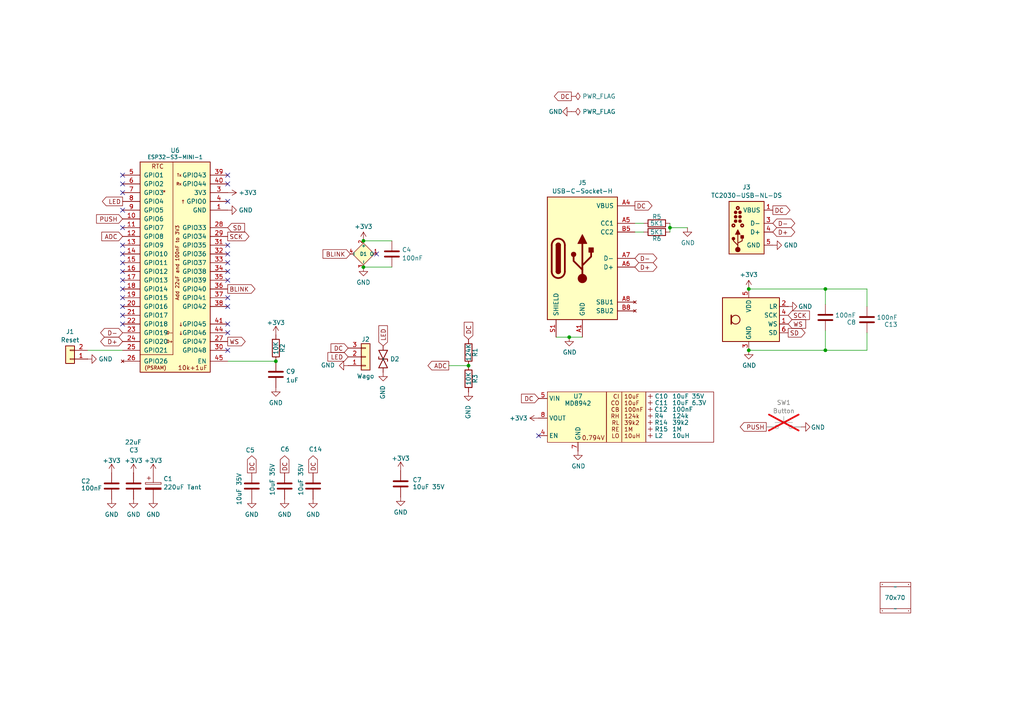
<source format=kicad_sch>
(kicad_sch (version 20231120) (generator "eeschema") (generator_version "8.0")
  (paper "A4")
  (title_block (title "LED driver") (rev "1") (comment 1 "@TheRealRevK") (comment 2 "www.me.uk"))
  (lib_symbols
    (symbol "Connector_Generic:Conn_01x02" (pin_names (offset 1.016) hide)
      (property "Reference" "J" (at 0 2.54 0))
      (property "Value" "Conn_01x02" (at 0 -5.08 0))
      (symbol "Conn_01x02_1_1"
        (rectangle (start -1.27 -2.413) (end 0 -2.667) (stroke (width 0.1524)))
        (rectangle (start -1.27 0.127) (end 0 -0.127) (stroke (width 0.1524)))
        (rectangle (start -1.27 1.27) (end 1.27 -3.81) (stroke (width 0.254)) (fill (type background)))
        (pin passive line (at -5.08 0 0) (length 3.81) (name "Pin_1") (number "1"))
        (pin passive line (at -5.08 -2.54 0) (length 3.81) (name "Pin_2") (number "2"))
      )
    )
    (symbol "Connector_Generic:Conn_01x03" (pin_names (offset 1.016) hide)
      (property "Reference" "J" (at 0 5.08 0))
      (property "Value" "Conn_01x03" (at 0 -5.08 0))
      (symbol "Conn_01x03_1_1"
        (rectangle (start -1.27 -2.413) (end 0 -2.667) (stroke (width 0.1524)))
        (rectangle (start -1.27 0.127) (end 0 -0.127) (stroke (width 0.1524)))
        (rectangle (start -1.27 2.667) (end 0 2.413) (stroke (width 0.1524)))
        (rectangle (start -1.27 3.81) (end 1.27 -3.81) (stroke (width 0.254)) (fill (type background)))
        (pin passive line (at -5.08 2.54 0) (length 3.81) (name "Pin_1") (number "1"))
        (pin passive line (at -5.08 0 0) (length 3.81) (name "Pin_2") (number "2"))
        (pin passive line (at -5.08 -2.54 0) (length 3.81) (name "Pin_3") (number "3"))
      )
    )
    (symbol "Device:C" (pin_numbers hide) (pin_names (offset 0.254))
      (property "Reference" "C" (at 0.635 2.54 0))
      (property "Value" "C" (at 0.635 -2.54 0))
      (symbol "C_0_1"
        (polyline (pts (xy -2.032 -0.762) (xy 2.032 -0.762)) (stroke (width 0.508)))
        (polyline (pts (xy -2.032 0.762) (xy 2.032 0.762)) (stroke (width 0.508)))
      )
      (symbol "C_1_1"
        (pin passive line (at 0 3.81 270) (length 2.794) (name "~") (number "1"))
        (pin passive line (at 0 -3.81 90) (length 2.794) (name "~") (number "2"))
      )
    )
    (symbol "Device:C_Polarized" (pin_numbers hide) (pin_names (offset 0.254))
      (property "Reference" "C" (at 0.635 2.54 0))
      (property "Value" "C_Polarized" (at 0.635 -2.54 0))
      (symbol "C_Polarized_0_1"
        (rectangle (start -2.286 0.508) (end 2.286 1.016))
        (polyline (pts (xy -1.778 2.286) (xy -0.762 2.286)))
        (polyline (pts (xy -1.27 2.794) (xy -1.27 1.778)))
        (rectangle (start 2.286 -0.508) (end -2.286 -1.016) (fill (type outline)))
      )
      (symbol "C_Polarized_1_1"
        (pin passive line (at 0 3.81 270) (length 2.794) (name "~") (number "1"))
        (pin passive line (at 0 -3.81 90) (length 2.794) (name "~") (number "2"))
      )
    )
    (symbol "Device:R" (pin_numbers hide) (pin_names (offset 0))
      (property "Reference" "R" (at 2.032 0 90))
      (property "Value" "R" (at 0 0 90))
      (symbol "R_0_1"
        (rectangle (start -1.016 -2.54) (end 1.016 2.54) (stroke (width 0.254)))
      )
      (symbol "R_1_1"
        (pin passive line (at 0 3.81 270) (length 1.27) (name "~") (number "1"))
        (pin passive line (at 0 -3.81 90) (length 1.27) (name "~") (number "2"))
      )
    )
    (symbol "RevK:ES05D1MC10" (pin_numbers hide)
      (property "Reference" "D" (at 0 2.54 0))
      (symbol "ES05D1MC10_0_1"
        (polyline (pts (xy -2.54 1.27) (xy -2.54 -1.27) (xy 0 0) (xy -2.54 1.27)) (stroke (width 0.254)))
        (polyline (pts (xy 2.54 -1.27) (xy 2.54 1.27) (xy 0 0) (xy 2.54 -1.27)) (stroke (width 0.254)))
      )
      (symbol "ES05D1MC10_1_1"
        (polyline (pts (xy 0.635 1.27) (xy 0 1.27) (xy 0 -1.27) (xy -0.635 -1.27)) (stroke (width 0.254)))
        (pin passive line (at 3.81 0 180) (length 1.27) (name "~") (number "1"))
        (pin passive line (at -3.81 0 0) (length 1.27) (name "~") (number "2"))
      )
    )
    (symbol "RevK:ESP32-S3-MINI-1-N4R2" (pin_names (offset 1.016))
      (property "Reference" "U" (at 9.525 28.575 0))
      (property "Value" "ESP32-S3-MINI-1-N4R2" (at 0 31.115 0))
      (symbol "ESP32-S3-MINI-1-N4R2_0_0"
        (rectangle (start -10.16 30.48) (end 10.16 -30.48) (stroke (width 0.254)) (fill (type background)))
      )
      (symbol "ESP32-S3-MINI-1-N4R2_1_1"
        (polyline (pts (xy -10.16 -25.4) (xy -0.635 -25.4)))
        (polyline (pts (xy -0.635 30.48) (xy -0.635 -25.4)))
        (text "(PSRAM)" (at -5.715 -29.21 0) (effects (font (size 1 1))))
        (text "*" (at -3.175 21.59 0) (effects (font (size 1.27 1.27))))
        (text "10k+1uF" (at 5.08 -29.21 0) (effects (font (size 1.27 1.27))))
        (text "Add 22uF and 100nF to 3V3" (at 0.635 1.27 900) (effects (font (size 1 1))))
        (text "D+" (at -2.54 -21.59 0) (effects (font (size 0.8 0.8)) (justify left)))
        (text "D-" (at -2.54 -19.05 0) (effects (font (size 0.8 0.8)) (justify left)))
        (text "RTC" (at -5.08 29.21 0) (effects (font (size 1.27 1.27))))
        (text "Rx" (at 1.905 24.13 0) (effects (font (size 0.8 0.8)) (justify right)))
        (text "Tx" (at 1.905 26.67 0) (effects (font (size 0.8 0.8)) (justify right)))
        (text "↑" (at 3.175 19.05 0) (effects (font (size 1.27 1.27)) (justify right)))
        (text "↓" (at 2.54 -19.05 0) (effects (font (size 1.27 1.27)) (justify right)))
        (text "↓" (at 2.54 -16.51 0) (effects (font (size 1.27 1.27)) (justify right)))
        (pin power_in line (at 15.24 16.51 180) (length 5.08) (name "GND") (number "1"))
        (pin passive line (at -15.24 13.97 0) (length 5.08) (name "GPIO6") (number "10"))
        (pin passive line (at -15.24 11.43 0) (length 5.08) (name "GPIO7") (number "11"))
        (pin passive line (at -15.24 8.89 0) (length 5.08) (name "GPIO8") (number "12"))
        (pin passive line (at -15.24 6.35 0) (length 5.08) (name "GPIO9") (number "13"))
        (pin passive line (at -15.24 3.81 0) (length 5.08) (name "GPIO10") (number "14"))
        (pin passive line (at -15.24 1.27 0) (length 5.08) (name "GPIO11") (number "15"))
        (pin passive line (at -15.24 -1.27 0) (length 5.08) (name "GPIO12") (number "16"))
        (pin passive line (at -15.24 -3.81 0) (length 5.08) (name "GPIO13") (number "17"))
        (pin passive line (at -15.24 -6.35 0) (length 5.08) (name "GPIO14") (number "18"))
        (pin passive line (at -15.24 -8.89 0) (length 5.08) (name "GPIO15") (number "19"))
        (pin power_in line (at 15.24 16.51 180) (length 5.08) hide (name "GND") (number "2"))
        (pin passive line (at -15.24 -11.43 0) (length 5.08) (name "GPIO16") (number "20"))
        (pin passive line (at -15.24 -13.97 0) (length 5.08) (name "GPIO17") (number "21"))
        (pin passive line (at -15.24 -16.51 0) (length 5.08) (name "GPIO18") (number "22"))
        (pin passive line (at -15.24 -19.05 0) (length 5.08) (name "GPIO19") (number "23"))
        (pin passive line (at -15.24 -21.59 0) (length 5.08) (name "GPIO20") (number "24"))
        (pin passive line (at -15.24 -24.13 0) (length 5.08) (name "GPIO21") (number "25"))
        (pin no_connect line (at -15.24 -27.305 0) (length 5.08) (name "GPIO26") (number "26"))
        (pin passive line (at 15.24 -21.59 180) (length 5.08) (name "GPIO47") (number "27"))
        (pin passive line (at 15.24 11.43 180) (length 5.08) (name "GPIO33") (number "28"))
        (pin passive line (at 15.24 8.89 180) (length 5.08) (name "GPIO34") (number "29"))
        (pin power_in line (at 15.24 21.59 180) (length 5.08) (name "3V3") (number "3"))
        (pin passive line (at 15.24 -24.13 180) (length 5.08) (name "GPIO48") (number "30"))
        (pin passive line (at 15.24 6.35 180) (length 5.08) (name "GPIO35") (number "31"))
        (pin passive line (at 15.24 3.81 180) (length 5.08) (name "GPIO36") (number "32"))
        (pin passive line (at 15.24 1.27 180) (length 5.08) (name "GPIO37") (number "33"))
        (pin passive line (at 15.24 -1.27 180) (length 5.08) (name "GPIO38") (number "34"))
        (pin passive line (at 15.24 -3.81 180) (length 5.08) (name "GPIO39") (number "35"))
        (pin passive line (at 15.24 -6.35 180) (length 5.08) (name "GPIO40") (number "36"))
        (pin passive line (at 15.24 -8.89 180) (length 5.08) (name "GPIO41") (number "37"))
        (pin passive line (at 15.24 -11.43 180) (length 5.08) (name "GPIO42") (number "38"))
        (pin passive line (at 15.24 26.67 180) (length 5.08) (name "GPIO43") (number "39"))
        (pin passive line (at 15.24 19.05 180) (length 5.08) (name "GPIO0") (number "4"))
        (pin passive line (at 15.24 24.13 180) (length 5.08) (name "GPIO44") (number "40"))
        (pin passive line (at 15.24 -16.51 180) (length 5.08) (name "GPIO45") (number "41"))
        (pin power_in line (at 15.24 16.51 180) (length 5.08) hide (name "GND") (number "42"))
        (pin power_in line (at 15.24 16.51 180) (length 5.08) hide (name "GND") (number "43"))
        (pin passive line (at 15.24 -19.05 180) (length 5.08) (name "GPIO46") (number "44"))
        (pin input line (at 15.24 -27.305 180) (length 5.08) (name "EN") (number "45"))
        (pin power_in line (at 15.24 16.51 180) (length 5.08) hide (name "GND") (number "46"))
        (pin power_in line (at 15.24 16.51 180) (length 5.08) hide (name "GND") (number "47"))
        (pin power_in line (at 15.24 16.51 180) (length 5.08) hide (name "GND") (number "48"))
        (pin power_in line (at 15.24 16.51 180) (length 5.08) hide (name "GND") (number "49"))
        (pin passive line (at -15.24 26.67 0) (length 5.08) (name "GPIO1") (number "5"))
        (pin power_in line (at 15.24 16.51 180) (length 5.08) hide (name "GND") (number "50"))
        (pin power_in line (at 15.24 16.51 180) (length 5.08) hide (name "GND") (number "51"))
        (pin power_in line (at 15.24 16.51 180) (length 5.08) hide (name "GND") (number "52"))
        (pin power_in line (at 15.24 16.51 180) (length 5.08) hide (name "GND") (number "53"))
        (pin power_in line (at 15.24 16.51 180) (length 5.08) hide (name "GND") (number "54"))
        (pin power_in line (at 15.24 16.51 180) (length 5.08) hide (name "GND") (number "55"))
        (pin power_in line (at 15.24 16.51 180) (length 5.08) hide (name "GND") (number "56"))
        (pin power_in line (at 15.24 16.51 180) (length 5.08) hide (name "GND") (number "57"))
        (pin power_in line (at 15.24 16.51 180) (length 5.08) hide (name "GND") (number "58"))
        (pin power_in line (at 15.24 16.51 180) (length 5.08) hide (name "GND") (number "59"))
        (pin passive line (at -15.24 24.13 0) (length 5.08) (name "GPIO2") (number "6"))
        (pin power_in line (at 15.24 16.51 180) (length 5.08) hide (name "GND") (number "60"))
        (pin power_in line (at 15.24 16.51 180) (length 5.08) hide (name "GND") (number "61"))
        (pin power_in line (at 15.24 16.51 180) (length 5.08) hide (name "GND") (number "62"))
        (pin power_in line (at 15.24 16.51 180) (length 5.08) hide (name "GND") (number "63"))
        (pin power_in line (at 15.24 16.51 180) (length 5.08) hide (name "GND") (number "64"))
        (pin power_in line (at 15.24 16.51 180) (length 5.08) hide (name "GND") (number "65"))
        (pin passive line (at -15.24 21.59 0) (length 5.08) (name "GPIO3") (number "7"))
        (pin passive line (at -15.24 19.05 0) (length 5.08) (name "GPIO4") (number "8"))
        (pin passive line (at -15.24 16.51 0) (length 5.08) (name "GPIO5") (number "9"))
      )
    )
    (symbol "RevK:Hidden" (pin_names (offset 1.016)) (in_bom no)
      (property "Reference" "Z" (at 0.635 0 0))
      (property "Value" "Hidden" (at 4.445 0 0))
      (symbol "Hidden_0_1"
        (polyline (pts (xy -0.635 0) (xy 0.635 0)) (stroke (width 0.1524)))
        (polyline (pts (xy 0 0.635) (xy 0 -0.635)) (stroke (width 0.1524)))
      )
    )
    (symbol "RevK:ICS43434_MEMS_Mic"
      (symbol "ICS43434_MEMS_Mic_1_1"
        (rectangle (start -7.62 6.35) (end 8.89 -6.35) (stroke (width 0.254)) (fill (type background)))
        (circle (center -3.81 0) (radius 1.27) (stroke (width 0.254)))
        (polyline (pts (xy -5.08 1.27) (xy -5.08 -1.27)) (stroke (width 0.381)))
        (pin input line (at 11.43 -1.27 180) (length 2.54) (name "WS") (number "1"))
        (pin input line (at 11.43 3.81 180) (length 2.54) (name "LR") (number "2"))
        (pin power_in line (at 0 -8.89 90) (length 2.54) (name "GND") (number "3"))
        (pin input line (at 11.43 1.27 180) (length 2.54) (name "SCK") (number "4"))
        (pin power_in line (at 0 8.89 270) (length 2.54) (name "VDD") (number "5"))
        (pin output line (at 11.43 -3.81 180) (length 2.54) (name "SD") (number "6"))
      )
    )
    (symbol "RevK:MD89420-RegBlock"
      (property "Reference" "U" (at -0.635 4.445 0))
      (property "Value" "MD8942" (at 0 6.35 0))
      (symbol "MD89420-RegBlock_1_1"
        (rectangle (start -8.89 7.62) (end 8.255 -6.985) (fill (type background)))
        (rectangle (start 8.255 7.62) (end 12.7 -6.985) (fill (type background)))
        (rectangle (start 12.7 7.62) (end 19.685 -6.985) (fill (type background)))
        (rectangle (start 19.685 7.62) (end 39.37 -6.985))
        (text "0.794V" (at 4.445 -5.715 0) (effects (font (size 1.27 1.27))))
        (text "10uF\n10uF\n100nF\n124k\n39k2\n1M\n10uH" (at 13.335 6.985 0) (effects (font (size 1.185 1.185)) (justify left top)))
        (text "CI\nCO\nCB\nRH\nRL\nRE\nLO" (at 12.065 6.985 0) (effects (font (size 1.185 1.185)) (justify right top)))
        (pin no_connect line (at 5.715 0 0) (length 2.54) hide (name "") (number "1"))
        (pin power_in line (at 0 -9.525 90) (length 2.54) hide (name "GND") (number "2"))
        (pin no_connect line (at 5.715 1.905 0) (length 2.54) hide (name "") (number "3"))
        (pin input line (at -11.43 -5.08 0) (length 2.54) (name "EN") (number "4"))
        (pin power_in line (at -11.43 5.715 0) (length 2.54) (name "VIN") (number "5"))
        (pin no_connect line (at 5.715 -1.905 0) (length 2.54) hide (name "") (number "6"))
        (pin power_in line (at 0 -9.525 90) (length 2.54) (name "GND") (number "7"))
        (pin power_out line (at -11.43 0 0) (length 2.54) (name "VOUT") (number "8"))
      )
    )
    (symbol "RevK:PCB" (in_bom no)
      (property "Value" "XxY" (at 0 0 0))
      (symbol "PCB_0_1"
        (rectangle (start -4.445 4.445) (end 4.445 -4.445))
        (circle (center -3.81 -3.81) (radius 0.0001))
        (circle (center -3.81 3.81) (radius 0.0001))
        (circle (center 3.81 -3.81) (radius 0.0001))
        (circle (center 3.81 3.81) (radius 0.0001))
      )
    )
    (symbol "RevK:TC2030-USB-NL" (pin_names (offset 1.016)) (in_bom no)
      (property "Reference" "J" (at 0 10.922 0))
      (property "Value" "TC2030-USB-NL" (at 0 8.89 0))
      (symbol "TC2030-USB-NL_0_1"
        (rectangle (start -5.08 7.62) (end 5.08 -7.62) (stroke (width 0.254)) (fill (type background)))
        (circle (center -3.81 -3.175) (radius 0.381) (stroke (width 0.254)) (fill (type outline)))
        (circle (center -3.175 1.905) (radius 0.381) (stroke (width 0.254)) (fill (type outline)))
        (circle (center -3.175 3.175) (radius 0.381) (stroke (width 0.254)) (fill (type outline)))
        (circle (center -3.175 4.445) (radius 0.381) (stroke (width 0.254)) (fill (type outline)))
        (circle (center -2.54 -6.35) (radius 0.635) (stroke (width 0.254)) (fill (type outline)))
        (circle (center -1.905 1.905) (radius 0.381) (stroke (width 0.254)) (fill (type outline)))
        (circle (center -1.905 3.175) (radius 0.381) (stroke (width 0.254)) (fill (type outline)))
        (circle (center -1.905 4.445) (radius 0.381) (stroke (width 0.254)) (fill (type outline)))
        (rectangle (start -1.651 -2.286) (end -0.889 -3.048) (stroke (width 0.254)) (fill (type outline)))
        (polyline (pts (xy -3.175 -1.905) (xy -1.905 -1.905) (xy -2.54 -0.635) (xy -3.175 -1.905)) (stroke (width 0.254)) (fill (type outline)))
        (polyline (pts (xy -2.54 -5.715) (xy -2.54 -5.08) (xy -3.81 -3.81) (xy -3.81 -3.175)) (stroke (width 0.254)))
        (polyline (pts (xy -2.54 -5.08) (xy -2.54 -4.445) (xy -1.27 -3.81) (xy -1.27 -2.54)) (stroke (width 0.254)))
      )
      (symbol "TC2030-USB-NL_1_1"
        (circle (center -3.81 0.635) (radius 0.381) (stroke (width 0.4)))
        (circle (center -2.54 5.715) (radius 0.381) (stroke (width 0.4)))
        (circle (center -1.27 0.635) (radius 0.381) (stroke (width 0.4)))
        (polyline (pts (xy -2.54 -4.445) (xy -2.54 -1.905)) (stroke (width 0.254)))
        (pin passive line (at 7.62 5.08 180) (length 2.54) (name "VBUS") (number "1"))
        (pin passive line (at 7.62 5.08 180) (length 2.54) hide (name "VBUS") (number "2"))
        (pin bidirectional line (at 7.62 1.27 180) (length 2.54) (name "D-") (number "3"))
        (pin bidirectional line (at 7.62 -1.27 180) (length 2.54) (name "D+") (number "4"))
        (pin passive line (at 7.62 -5.08 180) (length 2.54) (name "GND") (number "5"))
        (pin passive line (at 7.62 -5.08 180) (length 2.54) hide (name "GND") (number "6"))
      )
    )
    (symbol "RevK:USB-C-Socket-H" (pin_names (offset 1.016))
      (property "Reference" "J" (at -10.16 19.05 0))
      (property "Value" "USB-C-Socket-V" (at 0.635 12.7 0))
      (symbol "USB-C-Socket-H_0_1"
        (rectangle (start -10.16 17.78) (end 10.16 -17.78) (stroke (width 0.254)) (fill (type background)))
        (arc (start -8.89 -3.81) (mid -6.985 -5.7067) (end -5.08 -3.81) (stroke (width 0.508)))
        (arc (start -7.62 -3.81) (mid -6.985 -4.4423) (end -6.35 -3.81) (stroke (width 0.254)))
        (arc (start -7.62 -3.81) (mid -6.985 -4.4423) (end -6.35 -3.81) (stroke (width 0.254)) (fill (type outline)))
        (rectangle (start -7.62 -3.81) (end -6.35 3.81) (stroke (width 0.254)) (fill (type outline)))
        (arc (start -6.35 3.81) (mid -6.985 4.4423) (end -7.62 3.81) (stroke (width 0.254)))
        (arc (start -6.35 3.81) (mid -6.985 4.4423) (end -7.62 3.81) (stroke (width 0.254)) (fill (type outline)))
        (arc (start -5.08 3.81) (mid -6.985 5.7067) (end -8.89 3.81) (stroke (width 0.508)))
        (circle (center -2.54 1.143) (radius 0.635) (stroke (width 0.254)) (fill (type outline)))
        (circle (center 0 -5.842) (radius 1.27) (fill (type outline)))
        (polyline (pts (xy -8.89 -3.81) (xy -8.89 3.81)) (stroke (width 0.508)))
        (polyline (pts (xy -5.08 3.81) (xy -5.08 -3.81)) (stroke (width 0.508)))
        (polyline (pts (xy 0 -5.842) (xy 0 4.318)) (stroke (width 0.508)))
        (polyline (pts (xy 0 -3.302) (xy -2.54 -0.762) (xy -2.54 0.508)) (stroke (width 0.508)))
        (polyline (pts (xy 0 -2.032) (xy 2.54 0.508) (xy 2.54 1.778)) (stroke (width 0.508)))
        (polyline (pts (xy -1.27 4.318) (xy 0 6.858) (xy 1.27 4.318) (xy -1.27 4.318)) (stroke (width 0.254)) (fill (type outline)))
        (rectangle (start 1.905 1.778) (end 3.175 3.048) (stroke (width 0.254)) (fill (type outline)))
      )
      (symbol "USB-C-Socket-H_1_1"
        (pin passive line (at 0 -22.86 90) (length 5.08) (name "GND") (number "A1"))
        (pin passive line (at 0 -22.86 90) (length 5.08) hide (name "GND") (number "A12"))
        (pin passive line (at 15.24 15.24 180) (length 5.08) (name "VBUS") (number "A4"))
        (pin bidirectional line (at 15.24 10.16 180) (length 5.08) (name "CC1") (number "A5"))
        (pin bidirectional line (at 15.24 -2.54 180) (length 5.08) (name "D+") (number "A6"))
        (pin bidirectional line (at 15.24 0 180) (length 5.08) (name "D-") (number "A7"))
        (pin no_connect line (at 15.24 -12.7 180) (length 5.08) (name "SBU1") (number "A8"))
        (pin passive line (at 15.24 15.24 180) (length 5.08) hide (name "VBUS") (number "A9"))
        (pin passive line (at 0 -22.86 90) (length 5.08) hide (name "GND") (number "B1"))
        (pin passive line (at 0 -22.86 90) (length 5.08) hide (name "GND") (number "B12"))
        (pin passive line (at 15.24 15.24 180) (length 5.08) hide (name "VBUS") (number "B4"))
        (pin bidirectional line (at 15.24 7.62 180) (length 5.08) (name "CC2") (number "B5"))
        (pin bidirectional line (at 15.24 -2.54 180) (length 5.08) hide (name "D+") (number "B6"))
        (pin bidirectional line (at 15.24 0 180) (length 5.08) hide (name "D-") (number "B7"))
        (pin no_connect line (at 15.24 -15.24 180) (length 5.08) (name "SBU2") (number "B8"))
        (pin passive line (at 15.24 15.24 180) (length 5.08) hide (name "VBUS") (number "B9"))
        (pin passive line (at -7.62 -22.86 90) (length 5.08) (name "SHIELD") (number "S1"))
      )
    )
    (symbol "RevK:VCUT" (in_bom no)
      (symbol "VCUT_0_1"
        (polyline (pts (xy -4.445 0) (xy 4.445 0)))
      )
    )
    (symbol "RevK:WS2812B-1mm" (pin_names (offset 0.254))
      (property "Reference" "D" (at 0 0 0))
      (symbol "WS2812B-1mm_1_1"
        (polyline (pts (xy 0 3.175) (xy 3.175 0) (xy 0 -3.175) (xy -3.175 0) (xy 0 3.175)) (fill (type background)))
        (pin output line (at 3.81 0 180) (length 0.5) (name "O") (number "1"))
        (pin power_in line (at 0 -3.81 90) (length 0.5) (name "+") (number "2"))
        (pin power_in line (at 0 3.81 270) (length 0.5) (name "-") (number "3"))
        (pin input line (at -3.81 0 0) (length 0.5) (name "I") (number "4"))
      )
    )
    (symbol "Switch:SW_Push" (pin_numbers hide) (pin_names (offset 1.016) hide)
      (property "Reference" "SW" (at 1.27 2.54 0))
      (property "Value" "SW_Push" (at 0 -1.524 0))
      (symbol "SW_Push_0_1"
        (circle (center -2.032 0) (radius 0.508))
        (polyline (pts (xy 0 1.27) (xy 0 3.048)))
        (polyline (pts (xy 2.54 1.27) (xy -2.54 1.27)))
        (circle (center 2.032 0) (radius 0.508))
        (pin passive line (at -5.08 0 0) (length 2.54) (name "1") (number "1"))
        (pin passive line (at 5.08 0 180) (length 2.54) (name "2") (number "2"))
      )
    )
    (symbol "power:+3.3V" (power) (pin_numbers hide) (pin_names (offset 0) hide)
      (property "Value" "+3.3V" (at 0 3.556 0))
      (symbol "+3.3V_0_1"
        (polyline (pts (xy -0.762 1.27) (xy 0 2.54)))
        (polyline (pts (xy 0 0) (xy 0 2.54)))
        (polyline (pts (xy 0 2.54) (xy 0.762 1.27)))
      )
      (symbol "+3.3V_1_1"
        (pin power_in line (at 0 0 90) (length 0) (name "~") (number "1"))
      )
    )
    (symbol "power:GND" (power) (pin_numbers hide) (pin_names (offset 0) hide)
      (property "Value" "GND" (at 0 -3.81 0))
      (symbol "GND_0_1"
        (polyline (pts (xy 0 0) (xy 0 -1.27) (xy 1.27 -1.27) (xy 0 -2.54) (xy -1.27 -1.27) (xy 0 -1.27)))
      )
      (symbol "GND_1_1"
        (pin power_in line (at 0 0 270) (length 0) (name "~") (number "1"))
      )
    )
    (symbol "power:PWR_FLAG" (power) (pin_numbers hide) (pin_names (offset 0) hide)
      (property "Value" "PWR_FLAG" (at 0 3.81 0))
      (symbol "PWR_FLAG_0_0"
        (pin power_out line (at 0 0 90) (length 0) (name "~") (number "1"))
      )
      (symbol "PWR_FLAG_0_1"
        (polyline (pts (xy 0 0) (xy 0 1.27) (xy -1.016 1.905) (xy 0 2.54) (xy 1.016 1.905) (xy 0 1.27)))
      )
    )
  )
  (junction (at 105.41 69.85))
  (junction (at 217.17 101.6))
  (junction (at 135.89 106.045))
  (junction (at 165.1 97.79))
  (junction (at 239.395 101.6))
  (junction (at 239.395 83.82))
  (junction (at 105.41 77.47))
  (junction (at 194.31 66.04))
  (junction (at 217.17 83.82))
  (junction (at 80.01 104.775))
  (no_connect (at 35.56 53.34))
  (no_connect (at 66.04 58.42))
  (no_connect (at 66.04 50.8))
  (no_connect (at 35.56 66.04))
  (no_connect (at 66.04 101.6))
  (no_connect (at 66.04 96.52))
  (no_connect (at 35.56 60.96))
  (no_connect (at 35.56 73.66))
  (no_connect (at 35.56 91.44))
  (no_connect (at 35.56 55.88))
  (no_connect (at 66.04 73.66))
  (no_connect (at 35.56 71.12))
  (no_connect (at 35.56 88.9))
  (no_connect (at 66.04 53.34))
  (no_connect (at 156.21 126.365))
  (no_connect (at 35.56 81.28))
  (no_connect (at 35.56 93.98))
  (no_connect (at 66.04 81.28))
  (no_connect (at 35.56 76.2))
  (no_connect (at 35.56 78.74))
  (no_connect (at 66.04 71.12))
  (no_connect (at 66.04 76.2))
  (no_connect (at 35.56 83.82))
  (no_connect (at 66.04 93.98))
  (no_connect (at 66.04 78.74))
  (no_connect (at 66.04 86.36))
  (no_connect (at 66.04 88.9))
  (no_connect (at 109.22 73.66))
  (no_connect (at 35.56 50.8))
  (no_connect (at 35.56 86.36))
  (wire (pts (xy 194.31 66.04) (xy 194.31 67.31)))
  (wire (pts (xy 251.46 101.6) (xy 239.395 101.6)))
  (wire (pts (xy 251.46 96.52) (xy 251.46 101.6)))
  (wire (pts (xy 251.46 83.82) (xy 251.46 88.9)))
  (wire (pts (xy 105.41 69.85) (xy 113.665 69.85)))
  (wire (pts (xy 217.17 101.6) (xy 239.395 101.6)))
  (wire (pts (xy 130.175 106.045) (xy 135.89 106.045)))
  (wire (pts (xy 161.29 97.79) (xy 165.1 97.79)))
  (wire (pts (xy 239.395 101.6) (xy 239.395 95.885)))
  (wire (pts (xy 199.39 66.04) (xy 194.31 66.04)))
  (wire (pts (xy 105.41 77.47) (xy 113.665 77.47)))
  (wire (pts (xy 25.4 101.6) (xy 35.56 101.6)))
  (wire (pts (xy 217.17 83.82) (xy 239.395 83.82)))
  (wire (pts (xy 194.31 64.77) (xy 194.31 66.04)))
  (wire (pts (xy 184.15 64.77) (xy 186.69 64.77)))
  (wire (pts (xy 168.91 97.79) (xy 165.1 97.79)))
  (wire (pts (xy 184.15 67.31) (xy 186.69 67.31)))
  (wire (pts (xy 239.395 83.82) (xy 239.395 88.265)))
  (wire (pts (xy 66.04 104.775) (xy 80.01 104.775)))
  (wire (pts (xy 239.395 83.82) (xy 251.46 83.82)))
  (global_label "DC" (shape input) (at 135.89 98.425 90) (property "Intersheetrefs" "${INTERSHEET_REFS}" (effects (hide yes))))
  (global_label "D+" (shape bidirectional) (at 224.155 67.31 0) (property "Intersheetrefs" "${INTERSHEET_REFS}" (effects (hide yes))))
  (global_label "LED" (shape input) (at 100.965 103.505 180) (property "Intersheetrefs" "${INTERSHEET_REFS}" (effects (hide yes))))
  (global_label "DC" (shape output) (at 82.55 137.16 90) (property "Intersheetrefs" "${INTERSHEET_REFS}" (effects (hide yes))))
  (global_label "D+" (shape bidirectional) (at 35.56 99.06 180) (property "Intersheetrefs" "${INTERSHEET_REFS}" (effects (hide yes))))
  (global_label "PUSH" (shape input) (at 35.56 63.5 180) (property "Intersheetrefs" "${INTERSHEET_REFS}" (effects (hide yes))))
  (global_label "SD" (shape output) (at 228.6 96.52 0) (property "Intersheetrefs" "${INTERSHEET_REFS}" (effects (hide yes))))
  (global_label "SCK" (shape output) (at 66.04 68.58 0) (property "Intersheetrefs" "${INTERSHEET_REFS}" (effects (hide yes))))
  (global_label "LED" (shape output) (at 35.56 58.42 180) (property "Intersheetrefs" "${INTERSHEET_REFS}" (effects (hide yes))))
  (global_label "DC" (shape input) (at 100.965 100.965 180) (property "Intersheetrefs" "${INTERSHEET_REFS}" (effects (hide yes))))
  (global_label "DC" (shape output) (at 224.155 60.96 0) (property "Intersheetrefs" "${INTERSHEET_REFS}" (effects (hide yes))))
  (global_label "DC" (shape output) (at 184.15 59.69 0) (property "Intersheetrefs" "${INTERSHEET_REFS}" (effects (hide yes))))
  (global_label "D-" (shape bidirectional) (at 224.155 64.77 0) (property "Intersheetrefs" "${INTERSHEET_REFS}" (effects (hide yes))))
  (global_label "DC" (shape input) (at 156.21 115.57 180) (property "Intersheetrefs" "${INTERSHEET_REFS}" (effects (hide yes))))
  (global_label "D-" (shape bidirectional) (at 184.15 74.93 0) (property "Intersheetrefs" "${INTERSHEET_REFS}" (effects (hide yes))))
  (global_label "DC" (shape output) (at 165.735 27.94 180) (property "Intersheetrefs" "${INTERSHEET_REFS}" (effects (hide yes))))
  (global_label "BLINK" (shape input) (at 101.6 73.66 180) (property "Intersheetrefs" "${INTERSHEET_REFS}" (effects (hide yes))))
  (global_label "ADC" (shape input) (at 35.56 68.58 180) (property "Intersheetrefs" "${INTERSHEET_REFS}" (effects (hide yes))))
  (global_label "D+" (shape bidirectional) (at 184.15 77.47 0) (property "Intersheetrefs" "${INTERSHEET_REFS}" (effects (hide yes))))
  (global_label "SD" (shape input) (at 66.04 66.04 0) (property "Intersheetrefs" "${INTERSHEET_REFS}" (effects (hide yes))))
  (global_label "WS" (shape output) (at 66.04 99.06 0) (property "Intersheetrefs" "${INTERSHEET_REFS}" (effects (hide yes))))
  (global_label "WS" (shape input) (at 228.6 93.98 0) (property "Intersheetrefs" "${INTERSHEET_REFS}" (effects (hide yes))))
  (global_label "LED" (shape input) (at 111.125 100.33 90) (property "Intersheetrefs" "${INTERSHEET_REFS}" (effects (hide yes))))
  (global_label "BLINK" (shape output) (at 66.04 83.82 0) (property "Intersheetrefs" "${INTERSHEET_REFS}" (effects (hide yes))))
  (global_label "D-" (shape bidirectional) (at 35.56 96.52 180) (property "Intersheetrefs" "${INTERSHEET_REFS}" (effects (hide yes))))
  (global_label "DC" (shape output) (at 90.805 137.16 90) (property "Intersheetrefs" "${INTERSHEET_REFS}" (effects (hide yes))))
  (global_label "SCK" (shape input) (at 228.6 91.44 0) (property "Intersheetrefs" "${INTERSHEET_REFS}" (effects (hide yes))))
  (global_label "DC" (shape output) (at 73.025 137.16 90) (property "Intersheetrefs" "${INTERSHEET_REFS}" (effects (hide yes))))
  (global_label "PUSH" (shape output) (at 222.25 123.825 180) (property "Intersheetrefs" "${INTERSHEET_REFS}" (effects (hide yes))))
  (global_label "ADC" (shape output) (at 130.175 106.045 180) (property "Intersheetrefs" "${INTERSHEET_REFS}" (effects (hide yes))))
  (symbol (lib_id "Device:R") (at 190.5 64.77 90) (unit 1)
    (property "Reference" "R5" (at 190.5 62.865 90))
    (property "Value" "5K1" (at 190.5 64.77 90))
    (property "Footprint" "RevK:R_0402" (effects (hide yes)))
    (property "Description" "Resistor" (effects (hide yes)))
  )
  (symbol (lib_id "power:GND") (at 199.39 66.04 0) (unit 1)
    (property "Reference" "#PWR011" (effects (hide yes)))
    (property "Value" "GND" (at 199.517 70.4342 0))
    (property "Description" "Power symbol creates a global label with name \"GND\" , ground" (effects (hide yes)))
  )
  (symbol (lib_id "power:GND") (at 165.1 97.79 0) (unit 1)
    (property "Reference" "#PWR012" (effects (hide yes)))
    (property "Value" "GND" (at 165.227 102.1842 0))
    (property "Description" "Power symbol creates a global label with name \"GND\" , ground" (effects (hide yes)))
  )
  (symbol (lib_id "Device:R") (at 190.5 67.31 270) (unit 1)
    (property "Reference" "R6" (at 190.5 69.215 90))
    (property "Value" "5K1" (at 190.5 67.31 90))
    (property "Footprint" "RevK:R_0402" (effects (hide yes)))
    (property "Description" "Resistor" (effects (hide yes)))
  )
  (symbol (lib_id "power:PWR_FLAG") (at 165.735 27.94 270) (unit 1)
    (property "Reference" "#FLG01" (effects (hide yes)))
    (property "Value" "PWR_FLAG" (at 168.91 27.94 90) (effects (justify left)))
    (property "Description" "Special symbol for telling ERC where power comes from" (effects (hide yes)))
  )
  (symbol (lib_id "power:PWR_FLAG") (at 165.735 32.385 270) (unit 1)
    (property "Reference" "#FLG02" (effects (hide yes)))
    (property "Value" "PWR_FLAG" (at 168.91 32.385 90) (effects (justify left)))
    (property "Description" "Special symbol for telling ERC where power comes from" (effects (hide yes)))
  )
  (symbol (lib_id "RevK:Hidden") (at 188.595 114.935 0) (unit 1)
    (property "Reference" "C10" (at 189.865 114.935 0) (effects (justify left)))
    (property "Value" "10uF 35V" (at 194.945 114.935 0) (effects (justify left)))
    (property "Footprint" "RevK:C_0603_" (effects (hide yes)))
    (property "LCSC Part #" "C194427" (effects (hide yes)))
  )
  (symbol (lib_id "RevK:Hidden") (at 188.595 118.745 90) (unit 1)
    (property "Reference" "C12" (at 193.675 118.745 90) (effects (justify left)))
    (property "Value" "100nF" (at 194.945 118.745 90) (effects (justify right)))
    (property "Footprint" "RevK:C_0603_" (effects (hide yes)))
  )
  (symbol (lib_id "RevK:Hidden") (at 188.595 124.46 0) (unit 1)
    (property "Reference" "R15" (at 189.865 124.46 0) (effects (justify left)))
    (property "Value" "1M" (at 194.945 124.46 0) (effects (justify left)))
    (property "Footprint" "RevK:R_0402_" (effects (hide yes)))
  )
  (symbol (lib_id "power:GND") (at 80.01 112.395 0) (unit 1)
    (property "Reference" "#PWR022" (effects (hide yes)))
    (property "Value" "GND" (at 80.01 116.8384 0))
    (property "Description" "Power symbol creates a global label with name \"GND\" , ground" (effects (hide yes)))
  )
  (symbol (lib_id "RevK:Hidden") (at 188.595 120.65 0) (unit 1)
    (property "Reference" "R4" (at 191.135 120.65 0))
    (property "Value" "124k" (at 194.945 120.65 0) (effects (justify left)))
    (property "Footprint" "RevK:R_0402_" (effects (hide yes)))
  )
  (symbol (lib_id "Device:C") (at 116.205 140.335 0) (unit 1)
    (property "Reference" "C7" (at 119.634 139.192 0) (effects (justify left)))
    (property "Value" "10uF 35V" (at 119.634 141.224 0) (effects (justify left)))
    (property "Footprint" "RevK:C_0603" (effects (hide yes)))
    (property "LCSC Part #" "C194427" (effects (hide yes)))
  )
  (symbol (lib_id "Connector_Generic:Conn_01x03") (at 106.045 103.505 0) (mirror x) (unit 1)
    (property "Reference" "J2" (at 106.045 98.425 0))
    (property "Value" "Wago" (at 106.045 109.093 0))
    (property "Footprint" "RevK:WAGO-2060-453-998-404" (effects (hide yes)))
    (property "Description" "Generic connector, single row, 01x03, script generated (kicad-library-utils/schlib/autogen/connector/)" (effects (hide yes)))
    (property "LCSC Part #" "C2765056" (effects (hide yes)))
  )
  (symbol (lib_id "RevK:ES05D1MC10") (at 111.125 104.14 270) (unit 1)
    (property "Reference" "D2" (at 113.157 104.14 90) (effects (justify left)))
    (property "Value" "~" (at 111.125 104.14 0))
    (property "Footprint" "RevK:DFN1006-2L" (effects (hide yes)))
    (property "LCSC Part #" "C5137770" (effects (hide yes)))
  )
  (symbol (lib_id "power:GND") (at 111.125 107.95 0) (unit 1)
    (property "Reference" "#PWR028" (effects (hide yes)))
    (property "Value" "GND" (at 110.998 111.76 90) (effects (justify right)))
    (property "Description" "Power symbol creates a global label with name \"GND\" , ground" (effects (hide yes)))
  )
  (symbol (lib_id "power:GND") (at 228.6 88.9 90) (unit 1)
    (property "Reference" "#PWR07" (effects (hide yes)))
    (property "Value" "GND" (at 233.553 88.9 90))
    (property "Description" "Power symbol creates a global label with name \"GND\" , ground" (effects (hide yes)))
  )
  (symbol (lib_id "power:+3.3V") (at 32.385 137.16 0) (unit 1)
    (property "Reference" "#PWR023" (effects (hide yes)))
    (property "Value" "+3V3" (at 32.385 133.5842 0))
    (property "Description" "Power symbol creates a global label with name \"+3.3V\"" (effects (hide yes)))
  )
  (symbol (lib_id "power:+3.3V") (at 44.45 137.16 0) (unit 1)
    (property "Reference" "#PWR010" (effects (hide yes)))
    (property "Value" "+3V3" (at 44.45 133.5842 0))
    (property "Description" "Power symbol creates a global label with name \"+3.3V\"" (effects (hide yes)))
  )
  (symbol (lib_id "power:+3.3V") (at 105.41 69.85 0) (unit 1)
    (property "Reference" "#PWR01" (effects (hide yes)))
    (property "Value" "+3V3" (at 105.41 65.7169 0))
    (property "Description" "Power symbol creates a global label with name \"+3.3V\"" (effects (hide yes)))
  )
  (symbol (lib_id "power:GND") (at 82.55 144.78 0) (unit 1)
    (property "Reference" "#PWR04" (effects (hide yes)))
    (property "Value" "GND" (at 82.55 149.2234 0))
    (property "Description" "Power symbol creates a global label with name \"GND\" , ground" (effects (hide yes)))
  )
  (symbol (lib_id "Device:C") (at 38.735 140.97 0) (unit 1)
    (property "Reference" "C3" (at 37.465 130.556 0) (effects (justify left)))
    (property "Value" "22uF" (at 36.195 128.27 0) (effects (justify left)))
    (property "Footprint" "RevK:C_0603" (effects (hide yes)))
  )
  (symbol (lib_id "RevK:ESP32-S3-MINI-1-N4R2") (at 50.8 77.47 0) (unit 1)
    (property "Reference" "U6" (at 50.8 43.6332 0))
    (property "Value" "ESP32-S3-MINI-1" (at 50.8 45.5696 0) (effects (font (size 1.1 1.1))))
    (property "Footprint" "RevK:ESP32-S3-MINI-1" (effects (hide yes)))
    (property "Datasheet" "https://www.espressif.com/sites/default/files/documentation/esp32-s3-mini-1_mini-1u_datasheet_en.pdf" (effects (hide yes)))
    (property "LCSC Part #" "C3013941" (effects (hide yes)))
  )
  (symbol (lib_id "power:+3.3V") (at 66.04 55.88 270) (unit 1)
    (property "Reference" "#PWR019" (effects (hide yes)))
    (property "Value" "+3V3" (at 69.215 55.88 90) (effects (justify left)))
    (property "Description" "Power symbol creates a global label with name \"+3.3V\"" (effects (hide yes)))
  )
  (symbol (lib_id "power:GND") (at 167.64 130.81 0) (unit 1)
    (property "Reference" "#PWR025" (effects (hide yes)))
    (property "Value" "GND" (at 167.767 135.2042 0))
    (property "Description" "Power symbol creates a global label with name \"GND\" , ground" (effects (hide yes)))
  )
  (symbol (lib_id "power:+3.3V") (at 80.01 97.155 0) (unit 1)
    (property "Reference" "#PWR021" (effects (hide yes)))
    (property "Value" "+3V3" (at 80.01 93.5792 0))
    (property "Description" "Power symbol creates a global label with name \"+3.3V\"" (effects (hide yes)))
  )
  (symbol (lib_id "Connector_Generic:Conn_01x02") (at 20.32 104.14 180) (unit 1) (in_bom no)
    (property "Reference" "J1" (at 20.32 96.1855 0))
    (property "Value" "Reset" (at 20.32 98.6098 0))
    (property "Footprint" "RevK:AA-Pad" (effects (hide yes)))
    (property "Description" "Generic connector, single row, 01x02, script generated (kicad-library-utils/schlib/autogen/connector/)" (effects (hide yes)))
  )
  (symbol (lib_id "power:+3.3V") (at 116.205 136.525 0) (unit 1)
    (property "Reference" "#PWR06" (effects (hide yes)))
    (property "Value" "+3V3" (at 116.205 132.9492 0))
    (property "Description" "Power symbol creates a global label with name \"+3.3V\"" (effects (hide yes)))
  )
  (symbol (lib_id "Device:C") (at 73.025 140.97 180) (unit 1)
    (property "Reference" "C5" (at 73.914 130.556 0) (effects (justify left)))
    (property "Value" "10uF 35V" (at 69.342 137.16 90) (effects (justify left)))
    (property "Footprint" "RevK:C_0603" (effects (hide yes)))
    (property "LCSC Part #" "C194427" (effects (hide yes)))
  )
  (symbol (lib_id "Device:C") (at 90.805 140.97 0) (unit 1)
    (property "Reference" "C14" (at 89.535 130.302 0) (effects (justify left)))
    (property "Value" "10uF 35V" (at 87.249 143.764 90) (effects (justify left)))
    (property "Footprint" "RevK:C_0603" (effects (hide yes)))
    (property "LCSC Part #" "C194427" (effects (hide yes)))
  )
  (symbol (lib_id "power:GND") (at 116.205 144.145 0) (unit 1)
    (property "Reference" "#PWR05" (effects (hide yes)))
    (property "Value" "GND" (at 116.205 148.5884 0))
    (property "Description" "Power symbol creates a global label with name \"GND\" , ground" (effects (hide yes)))
  )
  (symbol (lib_id "power:+3.3V") (at 38.735 137.16 0) (unit 1)
    (property "Reference" "#PWR017" (effects (hide yes)))
    (property "Value" "+3V3" (at 38.735 133.5842 0))
    (property "Description" "Power symbol creates a global label with name \"+3.3V\"" (effects (hide yes)))
  )
  (symbol (lib_id "RevK:TC2030-USB-NL") (at 216.535 66.04 0) (unit 1) (in_bom no)
    (property "Reference" "J3" (at 216.535 54.2755 0))
    (property "Value" "TC2030-USB-NL-DS" (at 216.535 56.6998 0))
    (property "Footprint" "RevK:Tag-Connect_TC2030-IDC-NL_2x03_P1.27mm_Vertical" (effects (hide yes)))
    (property "Datasheet" " ~" (effects (hide yes)))
    (property "Description" "TC2030-USB-NL" (effects (hide yes)))
  )
  (symbol (lib_id "power:GND") (at 100.965 106.045 270) (unit 1)
    (property "Reference" "#PWR0109" (effects (hide yes)))
    (property "Value" "GND" (at 97.155 105.918 90) (effects (justify right)))
    (property "Description" "Power symbol creates a global label with name \"GND\" , ground" (effects (hide yes)))
  )
  (symbol (lib_id "Device:R") (at 135.89 102.235 0) (unit 1)
    (property "Reference" "R1" (at 137.795 102.235 90))
    (property "Value" "124K" (at 135.89 102.235 90))
    (property "Footprint" "RevK:R_0402" (effects (hide yes)))
    (property "Description" "Resistor" (effects (hide yes)))
  )
  (symbol (lib_id "power:+3.3V") (at 217.17 83.82 0) (unit 1)
    (property "Reference" "#PWR02" (effects (hide yes)))
    (property "Value" "+3V3" (at 217.17 79.6869 0))
    (property "Description" "Power symbol creates a global label with name \"+3.3V\"" (effects (hide yes)))
  )
  (symbol (lib_id "power:GND") (at 66.04 60.96 90) (unit 1)
    (property "Reference" "#PWR020" (effects (hide yes)))
    (property "Value" "GND" (at 69.215 60.96 90) (effects (justify right)))
    (property "Description" "Power symbol creates a global label with name \"GND\" , ground" (effects (hide yes)))
  )
  (symbol (lib_id "RevK:USB-C-Socket-H") (at 168.91 74.93 0) (unit 1)
    (property "Reference" "J5" (at 168.91 53.0057 0))
    (property "Value" "USB-C-Socket-H" (at 168.91 55.4299 0))
    (property "Footprint" "RevK:USB-C-Socket-H" (effects (hide yes)))
    (property "Description" "USB 2.0-only Type-C Receptacle connector" (effects (hide yes)))
    (property "LCSC Part #" "C709357" (effects (hide yes)))
  )
  (symbol (lib_id "Device:C") (at 113.665 73.66 0) (mirror y) (unit 1)
    (property "Reference" "C4" (at 116.586 72.4478 0) (effects (justify right)))
    (property "Value" "100nF" (at 116.586 74.8721 0) (effects (justify right)))
    (property "Footprint" "RevK:C_0402" (effects (hide yes)))
  )
  (symbol (lib_id "Device:C_Polarized") (at 44.45 140.97 0) (unit 1)
    (property "Reference" "C1" (at 47.371 138.8688 0) (effects (justify left)))
    (property "Value" "220uF Tant" (at 47.371 141.2931 0) (effects (justify left)))
    (property "Footprint" "RevK:CP_EIA-3528-21_Kemet-B" (effects (hide yes)))
    (property "Description" "Polarized capacitor" (effects (hide yes)))
    (property "LCSC Part #" "C122649" (effects (hide yes)))
    (property "JLCPCB Rotation Offset" "180" (effects (hide yes)))
  )
  (symbol (lib_id "RevK:ICS43434_MEMS_Mic") (at 217.17 92.71 0) (unit 1)
    (property "Reference" "U1" (effects (hide yes)))
    (property "Value" "ICS43434_MEMS_Mic" (effects (hide yes)))
    (property "Footprint" "RevK:ICS43434_MEMS_Mic" (effects (hide yes)))
    (property "Datasheet" "https://www.lcsc.com/datasheet/lcsc_datasheet_2312010321_TDK-InvenSense-ICS-43434_C5656610.pdf" (effects (hide yes)))
    (property "Description" "I2S Microphone" (effects (hide yes)))
    (property "LCSC Part #" "C5656610" (effects (hide yes)))
  )
  (symbol (lib_id "power:GND") (at 38.735 144.78 0) (unit 1)
    (property "Reference" "#PWR026" (effects (hide yes)))
    (property "Value" "GND" (at 38.735 149.2234 0))
    (property "Description" "Power symbol creates a global label with name \"GND\" , ground" (effects (hide yes)))
  )
  (symbol (lib_id "power:GND") (at 224.155 71.12 90) (unit 1)
    (property "Reference" "#PWR014" (effects (hide yes)))
    (property "Value" "GND" (at 227.33 71.12 90) (effects (justify right)))
    (property "Description" "Power symbol creates a global label with name \"GND\" , ground" (effects (hide yes)))
  )
  (symbol (lib_id "Device:C") (at 251.46 92.71 180) (unit 1)
    (property "Reference" "C13" (at 260.35 94.123 0) (effects (justify left)))
    (property "Value" "100nF" (at 260.35 92.075 0) (effects (justify left)))
    (property "Footprint" "RevK:C_0402" (effects (hide yes)))
  )
  (symbol (lib_id "Device:C") (at 239.395 92.075 180) (unit 1)
    (property "Reference" "C8" (at 248.285 93.488 0) (effects (justify left)))
    (property "Value" "100nF" (at 248.285 91.44 0) (effects (justify left)))
    (property "Footprint" "RevK:C_0402" (effects (hide yes)))
  )
  (symbol (lib_id "RevK:WS2812B-1mm") (at 105.41 73.66 0) (mirror x) (unit 1)
    (property "Reference" "D1" (at 105.41 73.66 0) (effects (font (size 1 1))))
    (property "Value" "XL-1010RGBC-WS2812B" (effects (hide yes)))
    (property "Footprint" "RevK:SMD1010" (effects (hide yes)))
    (property "Datasheet" "https://datasheet.lcsc.com/lcsc/2301111010_XINGLIGHT-XL-1010RGBC-WS2812B_C5349953.pdf" (effects (hide yes)))
    (property "Description" "RGB LED with integrated controller" (effects (hide yes)))
    (property "LCSC Part #" "C5349953" (effects (hide yes)))
  )
  (symbol (lib_id "Device:R") (at 80.01 100.965 0) (unit 1)
    (property "Reference" "R2" (at 81.915 100.965 90))
    (property "Value" "10K" (at 80.01 100.965 90))
    (property "Footprint" "RevK:R_0402" (effects (hide yes)))
    (property "Description" "Resistor" (effects (hide yes)))
  )
  (symbol (lib_id "RevK:Hidden") (at 188.595 126.365 90) (unit 1)
    (property "Reference" "L2" (at 189.865 126.365 90) (effects (justify right)))
    (property "Value" "10uH" (at 194.945 126.365 90) (effects (justify right)))
    (property "Footprint" "RevK:L_4x4_" (effects (hide yes)))
  )
  (symbol (lib_id "power:GND") (at 217.17 101.6 0) (unit 1)
    (property "Reference" "#PWR039" (effects (hide yes)))
    (property "Value" "GND" (at 217.297 105.9942 0))
    (property "Description" "Power symbol creates a global label with name \"GND\" , ground" (effects (hide yes)))
  )
  (symbol (lib_id "power:GND") (at 165.735 32.385 270) (unit 1)
    (property "Reference" "#PWR013" (effects (hide yes)))
    (property "Value" "GND" (at 161.163 32.385 90))
    (property "Description" "Power symbol creates a global label with name \"GND\" , ground" (effects (hide yes)))
  )
  (symbol (lib_id "power:GND") (at 135.89 113.665 0) (unit 1)
    (property "Reference" "#PWR015" (effects (hide yes)))
    (property "Value" "GND" (at 135.763 117.475 90) (effects (justify right)))
    (property "Description" "Power symbol creates a global label with name \"GND\" , ground" (effects (hide yes)))
  )
  (symbol (lib_id "power:GND") (at 105.41 77.47 0) (unit 1)
    (property "Reference" "#PWR09" (effects (hide yes)))
    (property "Value" "GND" (at 105.41 81.9134 0))
    (property "Description" "Power symbol creates a global label with name \"GND\" , ground" (effects (hide yes)))
  )
  (symbol (lib_id "RevK:VCUT") (at 259.715 176.53 0) (unit 1) (exclude_from_sim yes) (in_bom no)
    (property "Reference" "V2" (effects (hide yes)))
    (property "Value" "~" (at 259.715 176.53 0))
    (property "Footprint" "RevK:VCUT70N" (effects (hide yes)))
  )
  (symbol (lib_id "RevK:MD89420-RegBlock") (at 167.64 121.285 0) (unit 1)
    (property "Reference" "U7" (at 167.64 114.935 0))
    (property "Value" "MD8942" (at 167.64 116.983 0))
    (property "Footprint" "RevK:SOT-23-6-MD8942" (effects (hide yes)))
    (property "Datasheet" "https://datasheet.lcsc.com/lcsc/2101111937_Shanghai-Mingda-Microelectronics-MD8942_C2684786.pdf" (effects (hide yes)))
    (property "LCSC Part #" "C2684786" (effects (hide yes)))
  )
  (symbol (lib_id "power:GND") (at 90.805 144.78 0) (unit 1)
    (property "Reference" "#PWR027" (effects (hide yes)))
    (property "Value" "GND" (at 90.805 149.2234 0))
    (property "Description" "Power symbol creates a global label with name \"GND\" , ground" (effects (hide yes)))
  )
  (symbol (lib_id "power:GND") (at 232.41 123.825 90) (unit 1)
    (property "Reference" "#PWR08" (effects (hide yes)))
    (property "Value" "GND" (at 237.236 123.952 90))
    (property "Description" "Power symbol creates a global label with name \"GND\" , ground" (effects (hide yes)))
  )
  (symbol (lib_id "Device:C") (at 32.385 140.97 0) (unit 1)
    (property "Reference" "C2" (at 23.495 139.557 0) (effects (justify left)))
    (property "Value" "100nF" (at 23.495 141.605 0) (effects (justify left)))
    (property "Footprint" "RevK:C_0402" (effects (hide yes)))
  )
  (symbol (lib_id "RevK:PCB") (at 259.715 173.355 0) (unit 1) (in_bom no)
    (property "Reference" "PCB1" (effects (hide yes)))
    (property "Value" "70x70" (at 256.54 173.355 0) (effects (justify left)))
    (property "Footprint" "RevK:PCB7070" (effects (hide yes)))
  )
  (symbol (lib_id "power:GND") (at 32.385 144.78 0) (unit 1)
    (property "Reference" "#PWR018" (effects (hide yes)))
    (property "Value" "GND" (at 32.385 149.2234 0))
    (property "Description" "Power symbol creates a global label with name \"GND\" , ground" (effects (hide yes)))
  )
  (symbol (lib_id "RevK:Hidden") (at 188.595 116.84 0) (unit 1)
    (property "Reference" "C11" (at 189.865 116.84 0) (effects (justify left)))
    (property "Value" "10uF 6.3V" (at 194.945 116.84 0) (effects (justify left)))
    (property "Footprint" "RevK:C_0603_" (effects (hide yes)))
    (property "LCSC Part #" "C1691" (effects (hide yes)))
  )
  (symbol (lib_id "power:GND") (at 25.4 104.14 90) (unit 1)
    (property "Reference" "#PWR035" (effects (hide yes)))
    (property "Value" "GND" (at 28.575 104.14 90) (effects (justify right)))
    (property "Description" "Power symbol creates a global label with name \"GND\" , ground" (effects (hide yes)))
  )
  (symbol (lib_id "power:+3.3V") (at 156.21 121.285 90) (unit 1)
    (property "Reference" "#PWR024" (effects (hide yes)))
    (property "Value" "+3V3" (at 153.035 121.285 90) (effects (justify left)))
    (property "Description" "Power symbol creates a global label with name \"+3.3V\"" (effects (hide yes)))
  )
  (symbol (lib_id "RevK:VCUT") (at 259.715 170.18 0) (unit 1) (exclude_from_sim yes) (in_bom no)
    (property "Reference" "V1" (effects (hide yes)))
    (property "Value" "~" (at 259.715 170.18 0))
    (property "Footprint" "RevK:VCUT70N" (effects (hide yes)))
  )
  (symbol (lib_id "power:GND") (at 44.45 144.78 0) (unit 1)
    (property "Reference" "#PWR016" (effects (hide yes)))
    (property "Value" "GND" (at 44.45 149.2234 0))
    (property "Description" "Power symbol creates a global label with name \"GND\" , ground" (effects (hide yes)))
  )
  (symbol (lib_id "Device:C") (at 82.55 140.97 0) (unit 1)
    (property "Reference" "C6" (at 81.28 130.302 0) (effects (justify left)))
    (property "Value" "10uF 35V" (at 78.994 143.764 90) (effects (justify left)))
    (property "Footprint" "RevK:C_0603" (effects (hide yes)))
    (property "LCSC Part #" "C194427" (effects (hide yes)))
  )
  (symbol (lib_id "Switch:SW_Push") (at 227.33 123.825 0) (unit 1) (in_bom no) (dnp yes)
    (property "Reference" "SW1" (at 227.33 116.7595 0))
    (property "Value" "Button" (at 227.33 119.1838 0))
    (property "Footprint" "RevK:SW_Push_1P1T_NO_6x6mm" (effects (hide yes)))
    (property "Description" "Push button switch, generic, two pins" (effects (hide yes)))
  )
  (symbol (lib_id "power:GND") (at 73.025 144.78 0) (unit 1)
    (property "Reference" "#PWR03" (effects (hide yes)))
    (property "Value" "GND" (at 73.025 149.2234 0))
    (property "Description" "Power symbol creates a global label with name \"GND\" , ground" (effects (hide yes)))
  )
  (symbol (lib_id "Device:C") (at 80.01 108.585 0) (unit 1)
    (property "Reference" "C9" (at 82.931 107.7503 0) (effects (justify left)))
    (property "Value" "1uF" (at 82.931 110.2872 0) (effects (justify left)))
    (property "Footprint" "RevK:C_0402" (effects (hide yes)))
    (property "Description" "Unpolarized capacitor" (effects (hide yes)))
  )
  (symbol (lib_id "Device:R") (at 135.89 109.855 0) (unit 1)
    (property "Reference" "R3" (at 137.795 109.855 90))
    (property "Value" "10K" (at 135.89 109.855 90))
    (property "Footprint" "RevK:R_0402" (effects (hide yes)))
    (property "Description" "Resistor" (effects (hide yes)))
  )
  (symbol (lib_id "RevK:Hidden") (at 188.595 122.555 270) (unit 1)
    (property "Reference" "R14" (at 191.77 122.555 90))
    (property "Value" "39k2" (at 194.945 122.555 90) (effects (justify left)))
    (property "Footprint" "RevK:R_0402_" (effects (hide yes)))
  )
)
</source>
